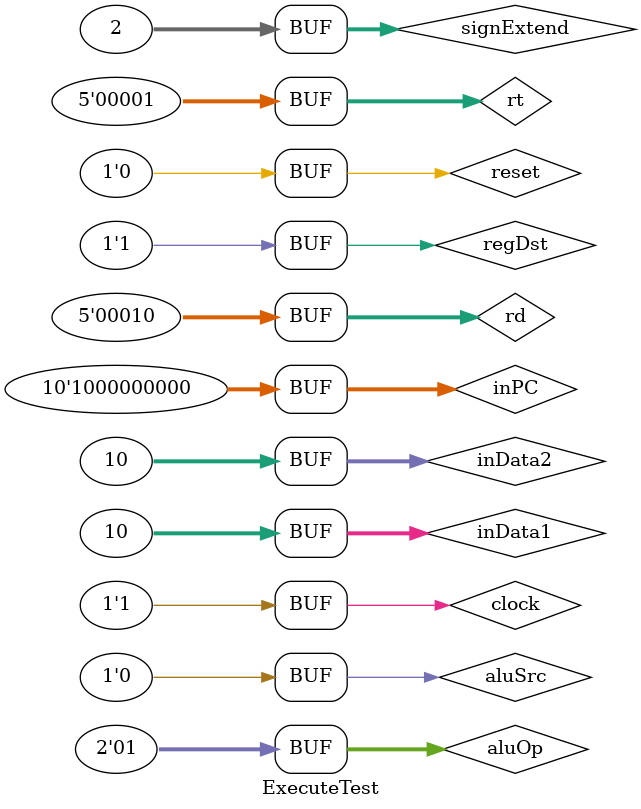
<source format=v>
`timescale 1ns / 1ps


module ExecuteTest;

	// Inputs
	reg [31:0] signExtend;
	reg [31:0] inData1;
	reg [31:0] inData2;
	reg [9:0] inPC;
	reg [4:0] rt;
	reg [4:0] rd;
	reg clock;
	reg [1:0] aluOp;
	reg aluSrc;
	reg regDst;
	reg reset;

	// Outputs
	wire [9:0] outPC;
	wire zero;
	wire [31:0] aluResult;
	wire [31:0] outData2;
	wire [4:0] wr;

	// Instantiate the Unit Under Test (UUT)
	Execute uut (
		.signExtend(signExtend), 
		.inData1(inData1), 
		.inData2(inData2), 
		.inPC(inPC), 
		.rt(rt), 
		.rd(rd), 
		.clock(clock), 
		.aluOp(aluOp), 
		.aluSrc(aluSrc), 
		.inRegDst(regDst),
		.reset(reset),
		.outPC(outPC), 
		.zero(zero), 
		.aluResult(aluResult), 
		.outData2(outData2), 
		.wr(wr)
	);

	initial begin
		// Initialize Inputs
		signExtend = 0;
		inData1 = 0;
		inData2 = 0;
		inPC = 0;
		rt = 0;
		rd = 0;
		clock = 1;
		aluOp = 0;
		aluSrc = 0;
		regDst = 0;
		reset = 0;

		// Wait 100 ns for global reset to finish
		#100;
        
		// 1 prueba. Suma 8 + 3, paso el registro rt
		signExtend = 32'b100000;// los ultimos 6 bits indican operacion tipo R de suma
		inData1 = 8;
		inData2 = 3;
		inPC = 512;
		rt = 1;
		rd = 2;
		aluOp = 2'b10; //operación tipo R
		aluSrc = 0;// selector de data 2 en vez de sign extend
		regDst = 0;// selector de registro rt en vez de rd
		#50
		clock = 0; // flanco negedge
		#50
		clock = 1;

		// 2 prueba. Resta 65271 - 65261, paso el registro rd
		signExtend = 32'b100010;// los ultimos 6 bits indican operacion tipo R de add
		inData1 = 65271;
		inData2 = 65261;
		inPC = 512;
		rt = 1;
		rd = 2;
		aluOp = 2'b10; //operación tipo R
		aluSrc = 0;// selector de data 2 en vez de sign extend
		regDst = 1;// selector de registro rd en vez de rt
		#50
		clock = 0; // flanco negedge
		#50
		clock = 1;
		
		// 3 prueba. set on less tha , paso el registro rd
		signExtend = 32'b101010;// los ultimos 6 bits indican operacion tipo R de set on less than
		inData1 = 456758797;
		inData2 = 456758798;
		inPC = 512;
		rt = 1;
		rd = 2;
		aluOp = 2'b10; //operación tipo R
		aluSrc = 0;// selector de data 2 en vez de sign extend
		regDst = 1;// selector de registro rd en vez de rt
		#50
		clock = 0; // flanco negedge
		#50
		clock = 1;
		
		// 4 prueba. and , paso el registro rd
		signExtend = 32'b100100;// los ultimos 6 bits indican operacion tipo R de and
		inData1 = 65879007;
		inData2 = 12364546;
		inPC = 512;
		rt = 1;
		rd = 2;
		aluOp = 2'b10; //operación tipo R
		aluSrc = 0;// selector de data 2 en vez de sign extend
		regDst = 1;// selector de registro rd en vez de rt
		#50
		clock = 0; // flanco negedge
		#50
		clock = 1;
		
		// 5 prueba. load o store , paso el registro rd
		signExtend = 16;// los ultimos 6 bits indican operacion tipo R de set on less than
		inData1 = 10;
		inData2 = 30;
		inPC = 512;
		rt = 1;
		rd = 2;
		aluOp = 2'b00; //operación tipo I?
		aluSrc = 1;// selector de data 2 en vez de sign extend
		regDst = 1;// selector de registro rd en vez de rt
		#50
		clock = 0; // flanco negedge
		#50
		clock = 1;
		
		// 6 prueba. beq , paso el registro rd
		signExtend = 2;// los ultimos 6 bits indican operacion tipo R de set on less than
		inData1 = 10;
		inData2 = 10;
		inPC = 512;
		rt = 1;
		rd = 2;
		aluOp = 2'b01; //operación tipo I?
		aluSrc = 0;// selector de data 2 en vez de sign extend
		regDst = 1;// selector de registro rd en vez de rt
		#50
		clock = 0; // flanco negedge
		#50
		clock = 1;

	end
      
endmodule


</source>
